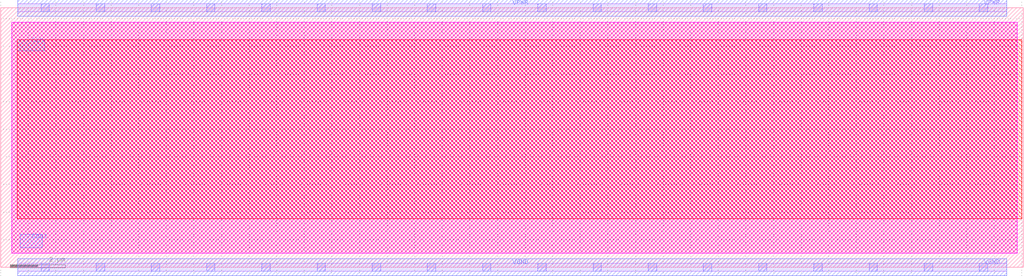
<source format=lef>
VERSION 5.7 ;
  NOWIREEXTENSIONATPIN ON ;
  DIVIDERCHAR "/" ;
  BUSBITCHARS "[]" ;
MACRO sky130_asc_cap_mim_m3_1
  CLASS CORE ;
  FOREIGN sky130_asc_cap_mim_m3_1 ;
  ORIGIN 0.000 0.000 ;
  SIZE 37.055 BY 9.400 ;
  SITE unitasc ;
  PIN Cin
    DIRECTION INOUT ;
    PORT
      LAYER met2 ;
        RECT 0.600 7.850 1.600 8.250 ;
    END
  END Cin
  PIN Cout
    DIRECTION INOUT ;
    PORT
      LAYER met2 ;
        RECT 0.710 0.700 1.510 1.200 ;
    END
  END Cout
  PIN VPWR
    DIRECTION INOUT ;
    USE POWER ;
    PORT
      LAYER li1 ;
        RECT 0.610 9.250 36.450 9.550 ;
      LAYER mcon ;
        RECT 1.460 9.250 1.760 9.550 ;
        RECT 3.460 9.250 3.760 9.550 ;
        RECT 5.460 9.250 5.760 9.550 ;
        RECT 7.460 9.250 7.760 9.550 ;
        RECT 9.460 9.250 9.760 9.550 ;
        RECT 11.460 9.250 11.760 9.550 ;
        RECT 13.460 9.250 13.760 9.550 ;
        RECT 15.460 9.250 15.760 9.550 ;
        RECT 17.460 9.250 17.760 9.550 ;
        RECT 19.460 9.250 19.760 9.550 ;
        RECT 21.460 9.250 21.760 9.550 ;
        RECT 23.460 9.250 23.760 9.550 ;
        RECT 25.460 9.250 25.760 9.550 ;
        RECT 27.460 9.250 27.760 9.550 ;
        RECT 29.460 9.250 29.760 9.550 ;
        RECT 31.460 9.250 31.760 9.550 ;
        RECT 33.460 9.250 33.760 9.550 ;
        RECT 35.460 9.250 35.760 9.550 ;
      LAYER met1 ;
        RECT 0.610 9.100 36.450 9.700 ;
    END
  END VPWR
  PIN VGND
    DIRECTION INOUT ;
    USE GROUND ;
    PORT
      LAYER li1 ;
        RECT 0.610 -0.150 36.450 0.150 ;
      LAYER mcon ;
        RECT 1.460 -0.150 1.760 0.150 ;
        RECT 3.460 -0.150 3.760 0.150 ;
        RECT 5.460 -0.150 5.760 0.150 ;
        RECT 7.460 -0.150 7.760 0.150 ;
        RECT 9.460 -0.150 9.760 0.150 ;
        RECT 11.460 -0.150 11.760 0.150 ;
        RECT 13.460 -0.150 13.760 0.150 ;
        RECT 15.460 -0.150 15.760 0.150 ;
        RECT 17.460 -0.150 17.760 0.150 ;
        RECT 19.460 -0.150 19.760 0.150 ;
        RECT 21.460 -0.150 21.760 0.150 ;
        RECT 23.460 -0.150 23.760 0.150 ;
        RECT 25.460 -0.150 25.760 0.150 ;
        RECT 27.460 -0.150 27.760 0.150 ;
        RECT 29.460 -0.150 29.760 0.150 ;
        RECT 31.460 -0.150 31.760 0.150 ;
        RECT 33.460 -0.150 33.760 0.150 ;
        RECT 35.460 -0.150 35.760 0.150 ;
      LAYER met1 ;
        RECT 0.610 -0.300 36.450 0.300 ;
    END
  END VGND
  OBS
      LAYER met3 ;
        RECT 0.600 1.750 37 8.250 ;
      LAYER met4 ;
        RECT 0.4 0.500 36.830 8.870 ;
      LAYER met5 ;
        RECT 0.4 0.500 36.830 8.870 ;
  END
END sky130_asc_cap_mim_m3_1
END LIBRARY


</source>
